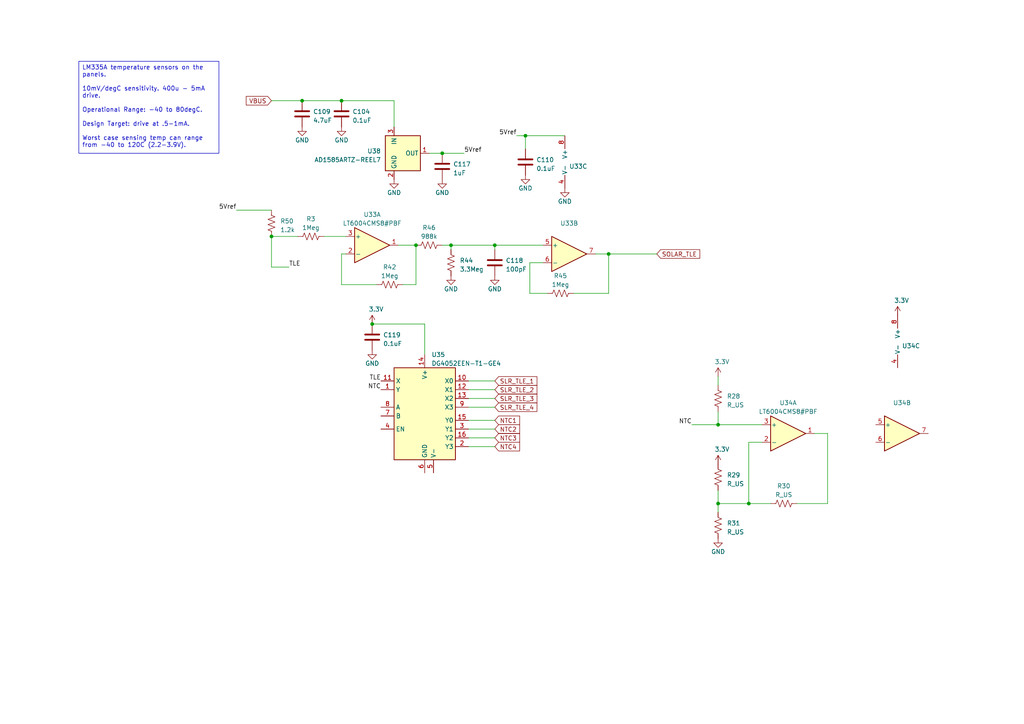
<source format=kicad_sch>
(kicad_sch (version 20230121) (generator eeschema)
  (paper "A4")
  (lib_symbols
    (symbol "Device:C" (pin_numbers hide) (pin_names (offset 0.254))
      (property "Reference" "C" (at 0.635 2.54 0))
      (property "Value" "C" (at 0.635 -2.54 0))
      (symbol "C_0_1"
        (polyline (pts (xy -2.032 -0.762) (xy 2.032 -0.762)) (stroke (width 0.508)))
        (polyline (pts (xy -2.032 0.762) (xy 2.032 0.762)) (stroke (width 0.508)))
      )
      (symbol "C_1_1"
        (pin passive line (at 0 3.81 270) (length 2.794) (name "~") (number "1"))
        (pin passive line (at 0 -3.81 90) (length 2.794) (name "~") (number "2"))
      )
    )
    (symbol "Device:R_US" (pin_numbers hide) (pin_names (offset 0))
      (property "Reference" "R" (at 2.54 0 90))
      (property "Value" "R_US" (at -2.54 0 90))
      (symbol "R_US_0_1"
        (polyline (pts (xy 0 -2.286) (xy 0 -2.54)))
        (polyline (pts (xy 0 2.286) (xy 0 2.54)))
        (polyline (pts (xy 0 -0.762) (xy 1.016 -1.143) (xy 0 -1.524) (xy -1.016 -1.905) (xy 0 -2.286)))
        (polyline (pts (xy 0 0.762) (xy 1.016 0.381) (xy 0 0) (xy -1.016 -0.381) (xy 0 -0.762)))
        (polyline (pts (xy 0 2.286) (xy 1.016 1.905) (xy 0 1.524) (xy -1.016 1.143) (xy 0 0.762)))
      )
      (symbol "R_US_1_1"
        (pin passive line (at 0 3.81 270) (length 1.27) (name "~") (number "1"))
        (pin passive line (at 0 -3.81 90) (length 1.27) (name "~") (number "2"))
      )
    )
    (symbol "SierraLobo:AD1585ARTZ-REEL7"
      (property "Reference" "U" (at 0 6.35 0))
      (property "Value" "AD1585ARTZ-REEL7" (at 2.54 -6.35 0))
      (symbol "AD1585ARTZ-REEL7_0_1"
        (rectangle (start -5.08 5.08) (end 5.08 -5.08) (stroke (width 0.254)) (fill (type background)))
      )
      (symbol "AD1585ARTZ-REEL7_1_1"
        (pin power_out line (at 7.62 0 180) (length 2.54) (name "OUT") (number "1"))
        (pin power_in line (at -2.54 -7.62 90) (length 2.54) (name "GND") (number "2"))
        (pin power_in line (at -2.54 7.62 270) (length 2.54) (name "IN") (number "3"))
      )
    )
    (symbol "SierraLobo:DG4052EEN-T1-GE4"
      (property "Reference" "U" (at -8.89 22.86 0))
      (property "Value" "DG4052EEN-T1-GE4" (at 1.27 22.86 0))
      (symbol "DG4052EEN-T1-GE4_1_0"
        (pin passive line (at 2.54 -8.89 90) (length 3.81) (name "V-") (number "5"))
      )
      (symbol "DG4052EEN-T1-GE4_1_1"
        (rectangle (start -8.89 21.59) (end 8.89 -5.08) (stroke (width 0.254)) (fill (type background)))
        (pin passive line (at -12.7 15.24 0) (length 3.81) (name "Y") (number "1"))
        (pin passive line (at 12.7 17.78 180) (length 3.81) (name "X0") (number "10"))
        (pin passive line (at -12.7 17.78 0) (length 3.81) (name "X") (number "11"))
        (pin passive line (at 12.7 15.24 180) (length 3.81) (name "X1") (number "12"))
        (pin passive line (at 12.7 12.7 180) (length 3.81) (name "X2") (number "13"))
        (pin power_in line (at 0 25.4 270) (length 3.81) (name "V+") (number "14"))
        (pin passive line (at 12.7 6.35 180) (length 3.81) (name "Y0") (number "15"))
        (pin passive line (at 12.7 1.27 180) (length 3.81) (name "Y2") (number "16"))
        (pin passive line (at 12.7 -1.27 180) (length 3.81) (name "Y3") (number "2"))
        (pin passive line (at 12.7 3.81 180) (length 3.81) (name "Y1") (number "3"))
        (pin input line (at -12.7 3.81 0) (length 3.81) (name "EN") (number "4"))
        (pin power_in line (at 0 -8.89 90) (length 3.81) (name "GND") (number "6"))
        (pin passive line (at -12.7 7.62 0) (length 3.81) (name "B") (number "7"))
        (pin passive line (at -12.7 10.16 0) (length 3.81) (name "A") (number "8"))
        (pin passive line (at 12.7 10.16 180) (length 3.81) (name "X3") (number "9"))
      )
    )
    (symbol "SierraLobo:LT6004CMS8#PBF" (pin_names (offset 0.127))
      (property "Reference" "U" (at 0 5.08 0))
      (property "Value" "LT6004CMS8#PBF" (at 0 -5.08 0))
      (symbol "LT6004CMS8#PBF_1_1"
        (polyline (pts (xy -5.08 5.08) (xy 5.08 0) (xy -5.08 -5.08) (xy -5.08 5.08)) (stroke (width 0.254)) (fill (type background)))
        (pin output line (at 7.62 0 180) (length 2.54) (name "~") (number "1"))
        (pin input line (at -7.62 -2.54 0) (length 2.54) (name "-") (number "2"))
        (pin input line (at -7.62 2.54 0) (length 2.54) (name "+") (number "3"))
      )
      (symbol "LT6004CMS8#PBF_2_1"
        (polyline (pts (xy -5.08 5.08) (xy 5.08 0) (xy -5.08 -5.08) (xy -5.08 5.08)) (stroke (width 0.254)) (fill (type background)))
        (pin input line (at -7.62 2.54 0) (length 2.54) (name "+") (number "5"))
        (pin input line (at -7.62 -2.54 0) (length 2.54) (name "-") (number "6"))
        (pin output line (at 7.62 0 180) (length 2.54) (name "~") (number "7"))
      )
      (symbol "LT6004CMS8#PBF_3_1"
        (pin power_in line (at -2.54 -7.62 90) (length 3.81) (name "V-") (number "4"))
        (pin power_in line (at -2.54 7.62 270) (length 3.81) (name "V+") (number "8"))
      )
    )
    (symbol "mainboard:3.3V" (power) (pin_names (offset 1.016))
      (property "Value" "3.3V" (at -1.016 3.556 0))
      (symbol "3.3V_1_0"
        (polyline (pts (xy 0 2.54) (xy -0.762 1.27)))
        (polyline (pts (xy 0.762 1.27) (xy 0 2.54)))
        (pin power_in line (at 0 0 90) (length 2.54) (name "3.3V") (number "1"))
      )
    )
    (symbol "power:GND" (power) (pin_names (offset 0))
      (property "Value" "GND" (at 0 -3.81 0))
      (symbol "GND_0_1"
        (polyline (pts (xy 0 0) (xy 0 -1.27) (xy 1.27 -1.27) (xy 0 -2.54) (xy -1.27 -1.27) (xy 0 -1.27)))
      )
      (symbol "GND_1_1"
        (pin power_in line (at 0 0 270) (length 0) hide (name "GND") (number "1"))
      )
    )
  )
  (junction (at 152.4 39.37))
  (junction (at 120.65 71.12))
  (junction (at 176.53 73.66))
  (junction (at 99.06 29.21))
  (junction (at 143.51 71.12))
  (junction (at 217.17 146.05))
  (junction (at 208.28 123.19))
  (junction (at 128.27 44.45))
  (junction (at 208.28 146.05))
  (junction (at 130.81 71.12))
  (junction (at 78.74 68.58))
  (junction (at 87.63 29.21))
  (junction (at 107.95 93.98))
  (wire (pts (xy 123.19 93.98) (xy 123.19 102.87)))
  (wire (pts (xy 157.48 76.2) (xy 153.67 76.2)))
  (wire (pts (xy 135.89 124.46) (xy 143.51 124.46)))
  (wire (pts (xy 143.51 118.11) (xy 135.89 118.11)))
  (wire (pts (xy 78.74 29.21) (xy 87.63 29.21)))
  (wire (pts (xy 143.51 71.12) (xy 157.48 71.12)))
  (wire (pts (xy 217.17 146.05) (xy 208.28 146.05)))
  (wire (pts (xy 220.98 128.27) (xy 217.17 128.27)))
  (wire (pts (xy 176.53 85.09) (xy 176.53 73.66)))
  (wire (pts (xy 240.03 146.05) (xy 240.03 125.73)))
  (wire (pts (xy 114.3 29.21) (xy 114.3 36.83)))
  (wire (pts (xy 143.51 113.03) (xy 135.89 113.03)))
  (wire (pts (xy 130.81 71.12) (xy 130.81 72.39)))
  (wire (pts (xy 120.65 82.55) (xy 116.84 82.55)))
  (wire (pts (xy 99.06 82.55) (xy 109.22 82.55)))
  (wire (pts (xy 78.74 68.58) (xy 86.36 68.58)))
  (wire (pts (xy 128.27 44.45) (xy 134.62 44.45)))
  (wire (pts (xy 217.17 128.27) (xy 217.17 146.05)))
  (wire (pts (xy 200.66 123.19) (xy 208.28 123.19)))
  (wire (pts (xy 217.17 146.05) (xy 223.52 146.05)))
  (wire (pts (xy 143.51 71.12) (xy 143.51 72.39)))
  (wire (pts (xy 99.06 73.66) (xy 100.33 73.66)))
  (wire (pts (xy 163.83 39.37) (xy 152.4 39.37)))
  (wire (pts (xy 208.28 123.19) (xy 208.28 119.38)))
  (wire (pts (xy 115.57 71.12) (xy 120.65 71.12)))
  (wire (pts (xy 143.51 110.49) (xy 135.89 110.49)))
  (wire (pts (xy 128.27 44.45) (xy 124.46 44.45)))
  (wire (pts (xy 152.4 39.37) (xy 152.4 43.18)))
  (wire (pts (xy 153.67 85.09) (xy 158.75 85.09)))
  (wire (pts (xy 83.82 77.47) (xy 78.74 77.47)))
  (wire (pts (xy 128.27 71.12) (xy 130.81 71.12)))
  (wire (pts (xy 87.63 29.21) (xy 99.06 29.21)))
  (wire (pts (xy 208.28 142.24) (xy 208.28 146.05)))
  (wire (pts (xy 143.51 115.57) (xy 135.89 115.57)))
  (wire (pts (xy 93.98 68.58) (xy 100.33 68.58)))
  (wire (pts (xy 68.58 60.96) (xy 78.74 60.96)))
  (wire (pts (xy 135.89 129.54) (xy 143.51 129.54)))
  (wire (pts (xy 176.53 73.66) (xy 190.5 73.66)))
  (wire (pts (xy 78.74 77.47) (xy 78.74 68.58)))
  (wire (pts (xy 107.95 93.98) (xy 123.19 93.98)))
  (wire (pts (xy 208.28 146.05) (xy 208.28 148.59)))
  (wire (pts (xy 166.37 85.09) (xy 176.53 85.09)))
  (wire (pts (xy 231.14 146.05) (xy 240.03 146.05)))
  (wire (pts (xy 220.98 123.19) (xy 208.28 123.19)))
  (wire (pts (xy 176.53 73.66) (xy 172.72 73.66)))
  (wire (pts (xy 99.06 29.21) (xy 114.3 29.21)))
  (wire (pts (xy 99.06 73.66) (xy 99.06 82.55)))
  (wire (pts (xy 240.03 125.73) (xy 236.22 125.73)))
  (wire (pts (xy 208.28 109.22) (xy 208.28 111.76)))
  (wire (pts (xy 135.89 127) (xy 143.51 127)))
  (wire (pts (xy 135.89 121.92) (xy 143.51 121.92)))
  (wire (pts (xy 120.65 71.12) (xy 120.65 82.55)))
  (wire (pts (xy 153.67 76.2) (xy 153.67 85.09)))
  (wire (pts (xy 130.81 71.12) (xy 143.51 71.12)))
  (wire (pts (xy 152.4 39.37) (xy 149.86 39.37)))
  (text_box "LM335A temperature sensors on the panels.\n\n10mV/degC sensitivity. 400u - 5mA drive.\n\nOperational Range: -40 to 80degC.\n\nDesign Target: drive at .5-1mA.\n\nWorst case sensing temp can range from -40 to 120C (2.2-3.9V).\n\n\n" (at 22.86 17.78 0) (size 40.64 26.67) (effects (font (size 1.27 1.27)) (justify left top)))
  (label "NTC" (at 110.49 113.03 180))
  (label "5Vref" (at 134.62 44.45 0))
  (label "TLE" (at 110.49 110.49 180))
  (label "5Vref" (at 149.86 39.37 180))
  (label "NTC" (at 200.66 123.19 180))
  (label "TLE" (at 83.82 77.47 0))
  (label "5Vref" (at 68.58 60.96 180))
  (global_label "SLR_TLE_2" (shape input) (at 143.51 113.03 0) (property "Intersheetrefs" "${INTERSHEET_REFS}" (effects hide)))
  (global_label "SLR_TLE_4" (shape input) (at 143.51 118.11 0) (property "Intersheetrefs" "${INTERSHEET_REFS}" (effects hide)))
  (global_label "VBUS" (shape input) (at 78.74 29.21 180) (property "Intersheetrefs" "${INTERSHEET_REFS}" (effects hide)))
  (global_label "SLR_TLE_1" (shape input) (at 143.51 110.49 0) (property "Intersheetrefs" "${INTERSHEET_REFS}" (effects hide)))
  (global_label "SLR_TLE_3" (shape input) (at 143.51 115.57 0) (property "Intersheetrefs" "${INTERSHEET_REFS}" (effects hide)))
  (global_label "SOLAR_TLE" (shape input) (at 190.5 73.66 0) (property "Intersheetrefs" "${INTERSHEET_REFS}" (effects hide)))
  (global_label "NTC2" (shape input) (at 143.51 124.46 0) (property "Intersheetrefs" "${INTERSHEET_REFS}" (effects hide)))
  (global_label "NTC4" (shape input) (at 143.51 129.54 0) (property "Intersheetrefs" "${INTERSHEET_REFS}" (effects hide)))
  (global_label "NTC3" (shape input) (at 143.51 127 0) (property "Intersheetrefs" "${INTERSHEET_REFS}" (effects hide)))
  (global_label "NTC1" (shape input) (at 143.51 121.92 0) (property "Intersheetrefs" "${INTERSHEET_REFS}" (effects hide)))
  (symbol (lib_id "power:GND") (at 99.06 36.83 0) (mirror y) (unit 1)
    (property "Reference" "#PWR05" (effects hide))
    (property "Value" "GND" (at 99.06 40.64 0))
    (instances (project "mainboard" (path "" (reference "#PWR05") (unit 1)) (path "" (reference "#PWR0157") (unit 1))))
  )
  (symbol (lib_id "SierraLobo:LT6004CMS8#PBF") (at 166.37 46.99 0) (unit 3)
    (property "Reference" "U33" (at 165.1 48.26 0) (effects (justify left)))
    (property "Value" "LT6004CMS8#PBF" (effects hide))
    (property "Footprint" "Package_SO:MSOP-8_3x3mm_P0.65mm" (effects hide))
  )
  (symbol (lib_id "Device:R_US") (at 162.56 85.09 90) (unit 1)
    (property "Reference" "R45" (at 162.56 80.01 90))
    (property "Value" "1Meg" (at 162.56 82.55 90))
  )
  (symbol (lib_id "power:GND") (at 130.81 80.01 0) (mirror y) (unit 1)
    (property "Reference" "#PWR05" (effects hide))
    (property "Value" "GND" (at 130.81 83.82 0))
    (instances (project "mainboard" (path "" (reference "#PWR05") (unit 1)) (path "" (reference "#PWR045") (unit 1))))
  )
  (symbol (lib_id "power:GND") (at 114.3 52.07 0) (mirror y) (unit 1)
    (property "Reference" "#PWR05" (effects hide))
    (property "Value" "GND" (at 114.3 55.88 0))
    (instances (project "mainboard" (path "" (reference "#PWR05") (unit 1)) (path "" (reference "#PWR0162") (unit 1))))
  )
  (symbol (lib_id "Device:C") (at 128.27 48.26 0) (unit 1)
    (property "Reference" "C117" (at 131.445 47.625 0) (effects (justify left)))
    (property "Value" "1uF" (at 131.445 50.165 0) (effects (justify left)))
  )
  (symbol (lib_id "Device:C") (at 87.63 33.02 0) (unit 1)
    (property "Reference" "C109" (at 90.805 32.385 0) (effects (justify left)))
    (property "Value" "4.7uF" (at 90.805 34.925 0) (effects (justify left)))
  )
  (symbol (lib_id "Device:C") (at 152.4 46.99 0) (unit 1)
    (property "Reference" "C110" (at 155.575 46.355 0) (effects (justify left)))
    (property "Value" "0.1uF" (at 155.575 48.895 0) (effects (justify left)))
  )
  (symbol (lib_id "mainboard:3.3V") (at 107.95 93.98 0) (unit 1)
    (property "Reference" "#SUPPLY02" (effects hide))
    (property "Value" "3.3V" (at 106.934 90.424 0) (effects (justify left bottom)))
    (instances (project "mainboard" (path "" (reference "#SUPPLY02") (unit 1)) (path "" (reference "#SUPPLY027") (unit 1)) (path "" (reference "#SUPPLY05") (unit 1))))
  )
  (symbol (lib_id "SierraLobo:AD1585ARTZ-REEL7") (at 116.84 44.45 0) (unit 1)
    (property "Reference" "U38" (at 110.49 43.815 0) (effects (justify right)))
    (property "Value" "AD1585ARTZ-REEL7" (at 110.49 46.355 0) (effects (justify right)))
    (property "Footprint" "Package_TO_SOT_SMD:SOT-23-3" (effects hide))
  )
  (symbol (lib_id "SierraLobo:LT6004CMS8#PBF") (at 165.1 73.66 0) (unit 2)
    (property "Reference" "U33" (at 165.1 64.77 0))
    (property "Value" "LT6004CMS8#PBF" (effects hide))
    (property "Footprint" "Package_SO:MSOP-8_3x3mm_P0.65mm" (effects hide))
  )
  (symbol (lib_id "mainboard:3.3V") (at 260.35 91.44 0) (unit 1)
    (property "Reference" "#SUPPLY02" (effects hide))
    (property "Value" "3.3V" (at 259.334 87.884 0) (effects (justify left bottom)))
    (instances (project "mainboard" (path "" (reference "#SUPPLY02") (unit 1)) (path "" (reference "#SUPPLY027") (unit 1)) (path "" (reference "#SUPPLY06") (unit 1))))
  )
  (symbol (lib_id "Device:R_US") (at 90.17 68.58 90) (unit 1)
    (property "Reference" "R3" (at 90.17 63.5 90))
    (property "Value" "1Meg" (at 90.17 66.04 90))
  )
  (symbol (lib_id "Device:C") (at 99.06 33.02 0) (unit 1)
    (property "Reference" "C104" (at 102.235 32.385 0) (effects (justify left)))
    (property "Value" "0.1uF" (at 102.235 34.925 0) (effects (justify left)))
  )
  (symbol (lib_id "Device:R_US") (at 208.28 138.43 0) (unit 1)
    (property "Reference" "R29" (at 210.82 137.795 0) (effects (justify left)))
    (property "Value" "R_US" (at 210.82 140.335 0) (effects (justify left)))
  )
  (symbol (lib_id "Device:R_US") (at 124.46 71.12 90) (unit 1)
    (property "Reference" "R46" (at 124.46 66.04 90))
    (property "Value" "988k" (at 124.46 68.58 90))
  )
  (symbol (lib_id "power:GND") (at 128.27 52.07 0) (mirror y) (unit 1)
    (property "Reference" "#PWR05" (effects hide))
    (property "Value" "GND" (at 128.27 55.88 0))
    (instances (project "mainboard" (path "" (reference "#PWR05") (unit 1)) (path "" (reference "#PWR043") (unit 1))))
  )
  (symbol (lib_id "SierraLobo:LT6004CMS8#PBF") (at 228.6 125.73 0) (unit 1)
    (property "Reference" "U34" (at 228.6 116.84 0))
    (property "Value" "LT6004CMS8#PBF" (at 228.6 119.38 0))
    (property "Footprint" "Package_SO:MSOP-8_3x3mm_P0.65mm" (effects hide))
  )
  (symbol (lib_id "Device:R_US") (at 78.74 64.77 180) (unit 1)
    (property "Reference" "R50" (at 81.28 64.135 0) (effects (justify right)))
    (property "Value" "1.2k" (at 81.28 66.675 0) (effects (justify right)))
  )
  (symbol (lib_id "SierraLobo:LT6004CMS8#PBF") (at 261.62 125.73 0) (unit 2)
    (property "Reference" "U34" (at 261.62 116.84 0))
    (property "Value" "LT6004CMS8#PBF" (effects hide))
    (property "Footprint" "Package_SO:MSOP-8_3x3mm_P0.65mm" (effects hide))
  )
  (symbol (lib_id "SierraLobo:LT6004CMS8#PBF") (at 107.95 71.12 0) (unit 1)
    (property "Reference" "U33" (at 107.95 62.23 0))
    (property "Value" "LT6004CMS8#PBF" (at 107.95 64.77 0))
    (property "Footprint" "Package_SO:MSOP-8_3x3mm_P0.65mm" (effects hide))
  )
  (symbol (lib_id "power:GND") (at 208.28 156.21 0) (mirror y) (unit 1)
    (property "Reference" "#PWR05" (effects hide))
    (property "Value" "GND" (at 208.28 160.02 0))
    (instances (project "mainboard" (path "" (reference "#PWR05") (unit 1)) (path "" (reference "#PWR0160") (unit 1))))
  )
  (symbol (lib_id "Device:C") (at 107.95 97.79 0) (unit 1)
    (property "Reference" "C119" (at 111.125 97.155 0) (effects (justify left)))
    (property "Value" "0.1uF" (at 111.125 99.695 0) (effects (justify left)))
  )
  (symbol (lib_id "Device:C") (at 143.51 76.2 0) (unit 1)
    (property "Reference" "C118" (at 146.685 75.565 0) (effects (justify left)))
    (property "Value" "100pF" (at 146.685 78.105 0) (effects (justify left)))
  )
  (symbol (lib_id "power:GND") (at 107.95 101.6 0) (mirror y) (unit 1)
    (property "Reference" "#PWR05" (effects hide))
    (property "Value" "GND" (at 107.95 105.41 0))
    (instances (project "mainboard" (path "" (reference "#PWR05") (unit 1)) (path "" (reference "#PWR0159") (unit 1))))
  )
  (symbol (lib_id "SierraLobo:LT6004CMS8#PBF") (at 262.89 99.06 0) (unit 3)
    (property "Reference" "U34" (at 261.62 100.33 0) (effects (justify left)))
    (property "Value" "LT6004CMS8#PBF" (effects hide))
    (property "Footprint" "Package_SO:MSOP-8_3x3mm_P0.65mm" (effects hide))
  )
  (symbol (lib_id "Device:R_US") (at 130.81 76.2 180) (unit 1)
    (property "Reference" "R44" (at 133.35 75.565 0) (effects (justify right)))
    (property "Value" "3.3Meg" (at 133.35 78.105 0) (effects (justify right)))
  )
  (symbol (lib_id "Device:R_US") (at 208.28 152.4 180) (unit 1)
    (property "Reference" "R31" (at 210.82 151.765 0) (effects (justify right)))
    (property "Value" "R_US" (at 210.82 154.305 0) (effects (justify right)))
  )
  (symbol (lib_id "SierraLobo:DG4052EEN-T1-GE4") (at 123.19 128.27 0) (unit 1)
    (property "Reference" "U35" (at 125.1459 102.87 0) (effects (justify left)))
    (property "Value" "DG4052EEN-T1-GE4" (at 125.1459 105.41 0) (effects (justify left)))
  )
  (symbol (lib_id "Device:R_US") (at 227.33 146.05 90) (unit 1)
    (property "Reference" "R30" (at 227.33 140.97 90))
    (property "Value" "R_US" (at 227.33 143.51 90))
  )
  (symbol (lib_id "power:GND") (at 163.83 54.61 0) (mirror y) (unit 1)
    (property "Reference" "#PWR05" (effects hide))
    (property "Value" "GND" (at 163.83 58.42 0))
    (instances (project "mainboard" (path "" (reference "#PWR05") (unit 1)) (path "" (reference "#PWR0158") (unit 1))))
  )
  (symbol (lib_id "power:GND") (at 152.4 50.8 0) (mirror y) (unit 1)
    (property "Reference" "#PWR05" (effects hide))
    (property "Value" "GND" (at 152.4 54.61 0))
    (instances (project "mainboard" (path "" (reference "#PWR05") (unit 1)) (path "" (reference "#PWR044") (unit 1))))
  )
  (symbol (lib_id "power:GND") (at 87.63 36.83 0) (mirror y) (unit 1)
    (property "Reference" "#PWR05" (effects hide))
    (property "Value" "GND" (at 87.63 40.64 0))
    (instances (project "mainboard" (path "" (reference "#PWR05") (unit 1)) (path "" (reference "#PWR0163") (unit 1))))
  )
  (symbol (lib_id "Device:R_US") (at 113.03 82.55 90) (unit 1)
    (property "Reference" "R42" (at 113.03 77.47 90))
    (property "Value" "1Meg" (at 113.03 80.01 90))
  )
  (symbol (lib_id "mainboard:3.3V") (at 208.28 134.62 0) (unit 1)
    (property "Reference" "#SUPPLY02" (effects hide))
    (property "Value" "3.3V" (at 207.264 131.064 0) (effects (justify left bottom)))
    (instances (project "mainboard" (path "" (reference "#SUPPLY02") (unit 1)) (path "" (reference "#SUPPLY027") (unit 1)) (path "" (reference "#SUPPLY016") (unit 1))))
  )
  (symbol (lib_id "Device:R_US") (at 208.28 115.57 0) (unit 1)
    (property "Reference" "R28" (at 210.82 114.935 0) (effects (justify left)))
    (property "Value" "R_US" (at 210.82 117.475 0) (effects (justify left)))
  )
  (symbol (lib_id "power:GND") (at 143.51 80.01 0) (mirror y) (unit 1)
    (property "Reference" "#PWR05" (effects hide))
    (property "Value" "GND" (at 143.51 83.82 0))
    (instances (project "mainboard" (path "" (reference "#PWR05") (unit 1)) (path "" (reference "#PWR046") (unit 1))))
  )
  (symbol (lib_id "mainboard:3.3V") (at 208.28 109.22 0) (unit 1)
    (property "Reference" "#SUPPLY02" (effects hide))
    (property "Value" "3.3V" (at 207.264 105.664 0) (effects (justify left bottom)))
    (instances (project "mainboard" (path "" (reference "#SUPPLY02") (unit 1)) (path "" (reference "#SUPPLY027") (unit 1)) (path "" (reference "#SUPPLY014") (unit 1))))
  )
)
</source>
